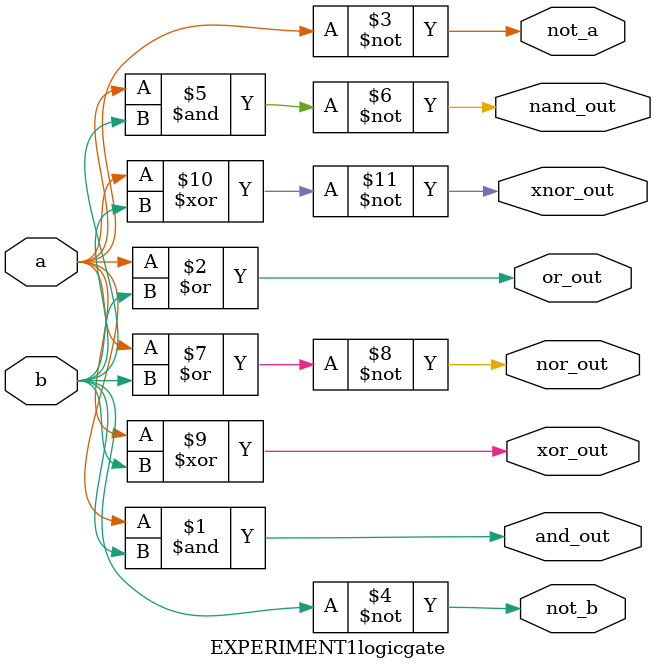
<source format=v>
module EXPERIMENT1logicgate (
    input wire a,
    input wire b,
    output wire and_out,
    output wire or_out,
    output wire not_a,
    output wire not_b,
    output wire nand_out,
    output wire nor_out,
    output wire xor_out,
    output wire xnor_out
);
    // Logic gate operations
    assign and_out  = a & b;
    assign or_out   = a | b;
    assign not_a    = ~a;
    assign not_b    = ~b;
    assign nand_out = ~(a & b);
    assign nor_out  = ~(a | b);
    assign xor_out  = a ^ b;
    assign xnor_out = ~(a ^ b);
endmodule

</source>
